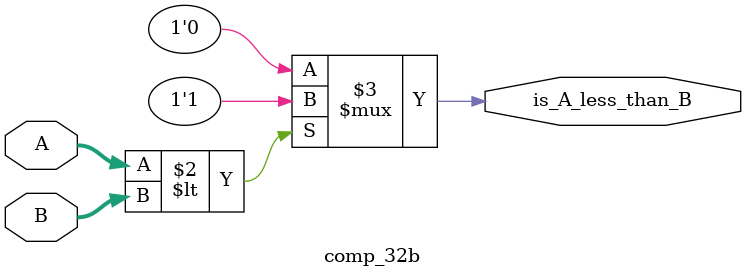
<source format=v>
module comp_32b (
    input [31:0] A, B,
    output reg is_A_less_than_B
);
    always @(*) begin
        is_A_less_than_B = (A < B) ? 1'b1 : 1'b0;
    end
endmodule

</source>
